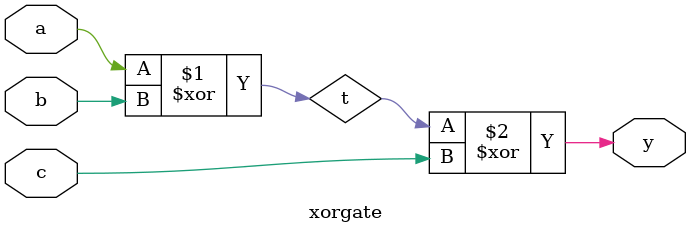
<source format=v>

module xorgate (a, b,c , y);
input a, b ,c;
output y;
wire t;
assign t = a^b;
assign y = t^c;
endmodule
</source>
